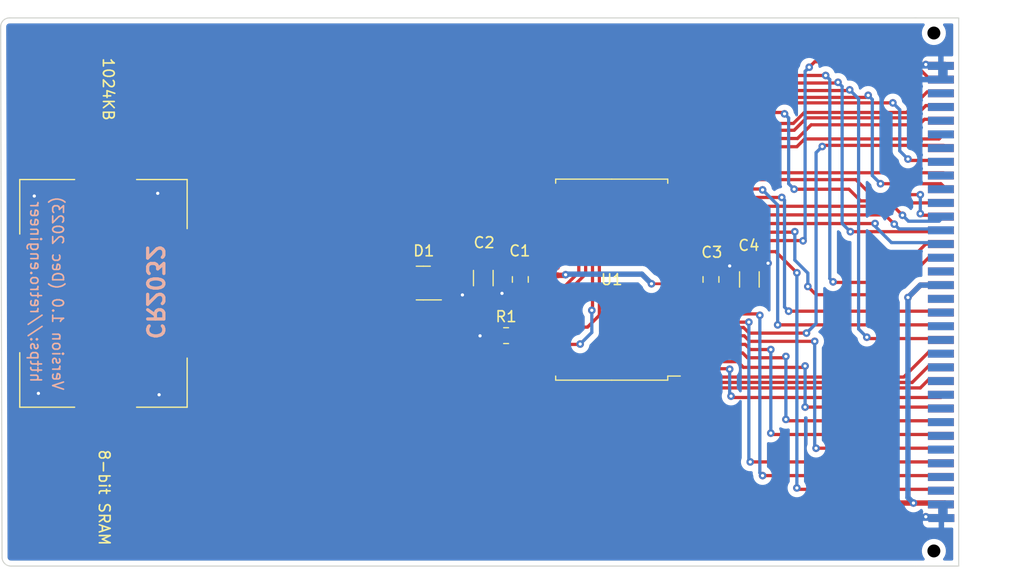
<source format=kicad_pcb>
(kicad_pcb (version 20211014) (generator pcbnew)
  (layers (0 "F.Cu" signal) (31 "B.Cu" signal) (34 "B.Paste" user) (35 "F.Paste" user) (36 "B.SilkS" user "B.Silkscreen") (37 "F.SilkS" user "F.Silkscreen") (38 "B.Mask" user) (39 "F.Mask" user) (44 "Edge.Cuts" user))
  (net 0 "")
  (net 26 "GND")
  (net 27 "/D3")
  (net 28 "/D4")
  (net 29 "/D5")
  (net 30 "/D6")
  (net 31 "/D7")
  (net 32 "/A10")
  (net 33 "/A11")
  (net 34 "/A9")
  (net 35 "/A8")
  (net 36 "/A13")
  (net 37 "/A14")
  (net 38 "VCC")
  (net 39 "/A16")
  (net 40 "/A15")
  (net 41 "/A12")
  (net 42 "/A7")
  (net 43 "/A6")
  (net 44 "/A5")
  (net 45 "/A4")
  (net 46 "/A3")
  (net 47 "/A2")
  (net 48 "/A1")
  (net 49 "/A0")
  (net 50 "/D0")
  (net 51 "/D1")
  (net 52 "/D2")
  (net 53 "/A17")
  (net 54 "/A18")
  (net 55 "/A19")
  (net 56 "+BATT")
  (net 57 "+5V")
  (net 58 "/CE")
  (net 59 "/OE")
  (net 60 "/WE")
  (footprint "Resistor_SMD:R_0805_2012Metric_Pad1.20x1.40mm_HandSolder" (layer "F.Cu") (at 211.963 92.183 180)
    (fp_text reference "R1" (at 0 1.759) (layer "F.SilkS"))
    (fp_text value "10K" hide)
    (fp_line (start -0.227064 0.735) (end 0.227064 0.735) (layer "F.SilkS") (width 0.12))
    (fp_line (start -0.227064 -0.735) (end 0.227064 -0.735) (layer "F.SilkS") (width 0.12))
    (pad "1" smd roundrect (at -1 0 180) (size 1.2 1.4) (layers "F.Cu" "F.Paste" "F.Mask") (roundrect_rratio 0.2083333333) (net 57 "+5V"))
    (pad "2" smd roundrect (at 1 0 180) (size 1.2 1.4) (layers "F.Cu" "F.Paste" "F.Mask") (roundrect_rratio 0.2083333333) (net 26 "GND"))
  )
  (footprint "pcmcia:BAT_BAT-HLD-001" (layer "F.Cu") (at 174.879 88.265 -90)
    (fp_text reference "CR2032" hide)
    (fp_text value "Battery" hide)
    (fp_line (start -10.55 -2.87) (end -10.55 -7.55) (layer "F.SilkS") (width 0.127))
    (fp_line (start -10.55 2.87) (end -10.55 7.95) (layer "F.SilkS") (width 0.127))
    (fp_line (start 6 -7.55) (end 10.55 -7.55) (layer "F.SilkS") (width 0.127))
    (fp_line (start -10.55 7.95) (end -5.5 7.95) (layer "F.SilkS") (width 0.127))
    (fp_line (start -10.55 -7.55) (end -6 -7.55) (layer "F.SilkS") (width 0.127))
    (fp_line (start 10.55 -7.55) (end 10.55 -2.87) (layer "F.SilkS") (width 0.127))
    (fp_line (start 10.55 7.95) (end 10.55 2.87) (layer "F.SilkS") (width 0.127))
    (fp_line (start 5.5 7.95) (end 10.55 7.95) (layer "F.SilkS") (width 0.127))
    (pad "N1" smd circle (at 0 0 270) (size 17.8 17.8) (layers "F.Cu" "F.Mask") (net 26 "GND"))
    (pad "P1" smd rect (at -11.45 0 270) (size 2.5 5.1) (layers "F.Cu" "F.Paste" "F.Mask") (net 56 "+BATT"))
    (pad "P2" smd rect (at 11.45 0 270) (size 2.5 5.1) (layers "F.Cu" "F.Paste" "F.Mask") (net 56 "+BATT"))
  )
  (footprint "Package_SO:TSOP-II-44_10.16x18.41mm_P0.8mm" (layer "F.Cu") (at 221.742 86.995 180)
    (fp_text reference "U1" (at 0 0) (layer "F.SilkS"))
    (fp_text value "AS6C8008-55ZIN" hide)
    (fp_line (start 0 9.315) (end -5.19 9.315) (layer "F.SilkS") (width 0.12))
    (fp_line (start -5.19 -8.935) (end -6.35 -8.935) (layer "F.SilkS") (width 0.12))
    (fp_line (start 0 -9.315) (end 5.19 -9.315) (layer "F.SilkS") (width 0.12))
    (fp_line (start -5.19 -9.315) (end -5.19 -8.935) (layer "F.SilkS") (width 0.12))
    (fp_line (start -5.19 9.315) (end -5.19 8.935) (layer "F.SilkS") (width 0.12))
    (fp_line (start 0 -9.315) (end -5.19 -9.315) (layer "F.SilkS") (width 0.12))
    (fp_line (start 0 9.315) (end 5.19 9.315) (layer "F.SilkS") (width 0.12))
    (fp_line (start 5.19 -9.315) (end 5.19 -8.935) (layer "F.SilkS") (width 0.12))
    (fp_line (start 5.19 9.315) (end 5.19 8.935) (layer "F.SilkS") (width 0.12))
    (pad "1" smd roundrect (at -5.5875 -8.4 180) (size 1.525 0.55) (layers "F.Cu" "F.Paste" "F.Mask") (net 45 "/A4"))
    (pad "2" smd roundrect (at -5.5875 -7.6 180) (size 1.525 0.55) (layers "F.Cu" "F.Paste" "F.Mask") (net 46 "/A3"))
    (pad "3" smd roundrect (at -5.5875 -6.8 180) (size 1.525 0.55) (layers "F.Cu" "F.Paste" "F.Mask") (net 47 "/A2"))
    (pad "4" smd roundrect (at -5.5875 -6 180) (size 1.525 0.55) (layers "F.Cu" "F.Paste" "F.Mask") (net 48 "/A1"))
    (pad "5" smd roundrect (at -5.5875 -5.2 180) (size 1.525 0.55) (layers "F.Cu" "F.Paste" "F.Mask") (net 49 "/A0"))
    (pad "6" smd roundrect (at -5.5875 -4.4 180) (size 1.525 0.55) (layers "F.Cu" "F.Paste" "F.Mask") (net 58 "/CE"))
    (pad "7" smd roundrect (at -5.5875 -3.6 180) (size 1.525 0.55) (layers "F.Cu" "F.Paste" "F.Mask"))
    (pad "8" smd roundrect (at -5.5875 -2.8 180) (size 1.525 0.55) (layers "F.Cu" "F.Paste" "F.Mask"))
    (pad "9" smd roundrect (at -5.5875 -2 180) (size 1.525 0.55) (layers "F.Cu" "F.Paste" "F.Mask") (net 50 "/D0"))
    (pad "10" smd roundrect (at -5.5875 -1.2 180) (size 1.525 0.55) (layers "F.Cu" "F.Paste" "F.Mask") (net 51 "/D1"))
    (pad "11" smd roundrect (at -5.5875 -0.4 180) (size 1.525 0.55) (layers "F.Cu" "F.Paste" "F.Mask") (net 38 "VCC"))
    (pad "12" smd roundrect (at -5.5875 0.4 180) (size 1.525 0.55) (layers "F.Cu" "F.Paste" "F.Mask") (net 26 "GND"))
    (pad "13" smd roundrect (at -5.5875 1.2 180) (size 1.525 0.55) (layers "F.Cu" "F.Paste" "F.Mask") (net 52 "/D2"))
    (pad "14" smd roundrect (at -5.5875 2 180) (size 1.525 0.55) (layers "F.Cu" "F.Paste" "F.Mask") (net 27 "/D3"))
    (pad "15" smd roundrect (at -5.5875 2.8 180) (size 1.525 0.55) (layers "F.Cu" "F.Paste" "F.Mask"))
    (pad "16" smd roundrect (at -5.5875 3.6 180) (size 1.525 0.55) (layers "F.Cu" "F.Paste" "F.Mask"))
    (pad "17" smd roundrect (at -5.5875 4.4 180) (size 1.525 0.55) (layers "F.Cu" "F.Paste" "F.Mask") (net 60 "/WE"))
    (pad "18" smd roundrect (at -5.5875 5.2 180) (size 1.525 0.55) (layers "F.Cu" "F.Paste" "F.Mask") (net 55 "/A19"))
    (pad "19" smd roundrect (at -5.5875 6 180) (size 1.525 0.55) (layers "F.Cu" "F.Paste" "F.Mask") (net 54 "/A18"))
    (pad "20" smd roundrect (at -5.5875 6.8 180) (size 1.525 0.55) (layers "F.Cu" "F.Paste" "F.Mask") (net 53 "/A17"))
    (pad "21" smd roundrect (at -5.5875 7.6 180) (size 1.525 0.55) (layers "F.Cu" "F.Paste" "F.Mask") (net 39 "/A16"))
    (pad "22" smd roundrect (at -5.5875 8.4 180) (size 1.525 0.55) (layers "F.Cu" "F.Paste" "F.Mask") (net 40 "/A15"))
    (pad "23" smd roundrect (at 5.5875 8.4 180) (size 1.525 0.55) (layers "F.Cu" "F.Paste" "F.Mask") (net 37 "/A14"))
    (pad "24" smd roundrect (at 5.5875 7.6 180) (size 1.525 0.55) (layers "F.Cu" "F.Paste" "F.Mask") (net 36 "/A13"))
    (pad "25" smd roundrect (at 5.5875 6.8 180) (size 1.525 0.55) (layers "F.Cu" "F.Paste" "F.Mask") (net 41 "/A12"))
    (pad "26" smd roundrect (at 5.5875 6 180) (size 1.525 0.55) (layers "F.Cu" "F.Paste" "F.Mask") (net 33 "/A11"))
    (pad "27" smd roundrect (at 5.5875 5.2 180) (size 1.525 0.55) (layers "F.Cu" "F.Paste" "F.Mask") (net 32 "/A10"))
    (pad "28" smd roundrect (at 5.5875 4.4 180) (size 1.525 0.55) (layers "F.Cu" "F.Paste" "F.Mask") (net 34 "/A9"))
    (pad "29" smd roundrect (at 5.5875 3.6 180) (size 1.525 0.55) (layers "F.Cu" "F.Paste" "F.Mask"))
    (pad "30" smd roundrect (at 5.5875 2.8 180) (size 1.525 0.55) (layers "F.Cu" "F.Paste" "F.Mask"))
    (pad "31" smd roundrect (at 5.5875 2 180) (size 1.525 0.55) (layers "F.Cu" "F.Paste" "F.Mask") (net 28 "/D4"))
    (pad "32" smd roundrect (at 5.5875 1.2 180) (size 1.525 0.55) (layers "F.Cu" "F.Paste" "F.Mask") (net 29 "/D5"))
    (pad "33" smd roundrect (at 5.5875 0.4 180) (size 1.525 0.55) (layers "F.Cu" "F.Paste" "F.Mask") (net 38 "VCC"))
    (pad "34" smd roundrect (at 5.5875 -0.4 180) (size 1.525 0.55) (layers "F.Cu" "F.Paste" "F.Mask") (net 26 "GND"))
    (pad "35" smd roundrect (at 5.5875 -1.2 180) (size 1.525 0.55) (layers "F.Cu" "F.Paste" "F.Mask") (net 30 "/D6"))
    (pad "36" smd roundrect (at 5.5875 -2 180) (size 1.525 0.55) (layers "F.Cu" "F.Paste" "F.Mask") (net 31 "/D7"))
    (pad "37" smd roundrect (at 5.5875 -2.8 180) (size 1.525 0.55) (layers "F.Cu" "F.Paste" "F.Mask"))
    (pad "38" smd roundrect (at 5.5875 -3.6 180) (size 1.525 0.55) (layers "F.Cu" "F.Paste" "F.Mask"))
    (pad "39" smd roundrect (at 5.5875 -4.4 180) (size 1.525 0.55) (layers "F.Cu" "F.Paste" "F.Mask") (net 35 "/A8"))
    (pad "40" smd roundrect (at 5.5875 -5.2 180) (size 1.525 0.55) (layers "F.Cu" "F.Paste" "F.Mask") (net 57 "+5V"))
    (pad "41" smd roundrect (at 5.5875 -6 180) (size 1.525 0.55) (layers "F.Cu" "F.Paste" "F.Mask") (net 59 "/OE"))
    (pad "42" smd roundrect (at 5.5875 -6.8 180) (size 1.525 0.55) (layers "F.Cu" "F.Paste" "F.Mask") (net 42 "/A7"))
    (pad "43" smd roundrect (at 5.5875 -7.6 180) (size 1.525 0.55) (layers "F.Cu" "F.Paste" "F.Mask") (net 43 "/A6"))
    (pad "44" smd roundrect (at 5.5875 -8.4 180) (size 1.525 0.55) (layers "F.Cu" "F.Paste" "F.Mask") (net 44 "/A5"))
  )
  (footprint "Capacitor_SMD:C_1206_3216Metric_Pad1.33x1.80mm_HandSolder" (layer "F.Cu") (at 234.489 86.976 90)
    (fp_text reference "C4" (at 3.156 -0.047 180) (layer "F.SilkS"))
    (fp_text value "C_Polarized" hide)
    (fp_line (start -0.711252 0.91) (end 0.711252 0.91) (layer "F.SilkS") (width 0.12))
    (fp_line (start -0.711252 -0.91) (end 0.711252 -0.91) (layer "F.SilkS") (width 0.12))
    (pad "1" smd roundrect (at -1.5625 0 90) (size 1.325 1.8) (layers "F.Cu" "F.Paste" "F.Mask") (roundrect_rratio 0.1886792453) (net 38 "VCC"))
    (pad "2" smd roundrect (at 1.5625 0 90) (size 1.325 1.8) (layers "F.Cu" "F.Paste" "F.Mask") (roundrect_rratio 0.1886792453) (net 26 "GND"))
  )
  (footprint "Capacitor_SMD:C_1206_3216Metric_Pad1.33x1.80mm_HandSolder" (layer "F.Cu") (at 209.851 86.849 -90)
    (fp_text reference "C2" (at -3.283 -0.08) (layer "F.SilkS"))
    (fp_text value "C_Polarized" hide)
    (fp_line (start -0.711252 -0.91) (end 0.711252 -0.91) (layer "F.SilkS") (width 0.12))
    (fp_line (start -0.711252 0.91) (end 0.711252 0.91) (layer "F.SilkS") (width 0.12))
    (pad "1" smd roundrect (at -1.5625 0 270) (size 1.325 1.8) (layers "F.Cu" "F.Paste" "F.Mask") (roundrect_rratio 0.1886792453) (net 38 "VCC"))
    (pad "2" smd roundrect (at 1.5625 0 270) (size 1.325 1.8) (layers "F.Cu" "F.Paste" "F.Mask") (roundrect_rratio 0.1886792453) (net 26 "GND"))
  )
  (footprint "Package_TO_SOT_SMD:SOT-23" (layer "F.Cu") (at 204.2945 87.31 180)
    (fp_text reference "D1" (at -0.0485 2.982) (layer "F.SilkS"))
    (fp_text value "BAT54C" hide)
    (fp_line (start 0 -1.56) (end 0.65 -1.56) (layer "F.SilkS") (width 0.12))
    (fp_line (start 0 1.56) (end -0.65 1.56) (layer "F.SilkS") (width 0.12))
    (fp_line (start 0 1.56) (end 0.65 1.56) (layer "F.SilkS") (width 0.12))
    (fp_line (start 0 -1.56) (end -1.675 -1.56) (layer "F.SilkS") (width 0.12))
    (pad "1" smd roundrect (at -0.9375 -0.95 180) (size 1.475 0.6) (layers "F.Cu" "F.Paste" "F.Mask") (net 57 "+5V"))
    (pad "2" smd roundrect (at -0.9375 0.95 180) (size 1.475 0.6) (layers "F.Cu" "F.Paste" "F.Mask") (net 56 "+BATT"))
    (pad "3" smd roundrect (at 0.9375 0 180) (size 1.475 0.6) (layers "F.Cu" "F.Paste" "F.Mask") (net 38 "VCC"))
  )
  (footprint "pcmcia:pcmcia" (layer "F.Cu") (at 253.873 88.138)
    (fp_text reference "J1" hide)
    (fp_text value "PCMCIA" hide)
    (fp_line (start 0 -25.4) (end 0 25.4) (layer "Edge.Cuts") (width 0.1))
    (fp_line (start 0 25.4) (end -4 25.4) (layer "Edge.Cuts") (width 0.1))
    (fp_line (start 0 -25.4) (end -4 -25.4) (layer "Edge.Cuts") (width 0.1))
    (pad "" np_thru_hole circle (at -2.3 24) (size 1.2 1.2) (drill 1.2) (layers *.Mask))
    (pad "" np_thru_hole circle (at -2.3 -24) (size 1.2 1.2) (drill 1.2) (layers *.Mask))
    (pad "1" smd rect (at -1.651 -20.955) (size 2.4 0.74) (layers "F.Cu" "F.Paste" "F.Mask") (net 26 "GND"))
    (pad "2" smd rect (at -1.651 -19.685) (size 2.4 0.74) (layers "F.Cu" "F.Paste" "F.Mask") (net 27 "/D3"))
    (pad "3" smd rect (at -1.651 -18.415) (size 2.4 0.74) (layers "F.Cu" "F.Paste" "F.Mask") (net 28 "/D4"))
    (pad "4" smd rect (at -1.651 -17.145) (size 2.4 0.74) (layers "F.Cu" "F.Paste" "F.Mask") (net 29 "/D5"))
    (pad "5" smd rect (at -1.651 -15.875) (size 2.4 0.74) (layers "F.Cu" "F.Paste" "F.Mask") (net 30 "/D6"))
    (pad "6" smd rect (at -1.651 -14.605) (size 2.4 0.74) (layers "F.Cu" "F.Paste" "F.Mask") (net 31 "/D7"))
    (pad "7" smd rect (at -1.651 -13.335) (size 2.4 0.74) (layers "F.Cu" "F.Paste" "F.Mask") (net 58 "/CE"))
    (pad "8" smd rect (at -1.651 -12.065) (size 2.4 0.74) (layers "F.Cu" "F.Paste" "F.Mask") (net 32 "/A10"))
    (pad "9" smd rect (at -1.651 -10.795) (size 2.4 0.74) (layers "F.Cu" "F.Paste" "F.Mask") (net 59 "/OE"))
    (pad "10" smd rect (at -1.651 -9.525) (size 2.4 0.74) (layers "F.Cu" "F.Paste" "F.Mask") (net 33 "/A11"))
    (pad "11" smd rect (at -1.651 -8.255) (size 2.4 0.74) (layers "F.Cu" "F.Paste" "F.Mask") (net 34 "/A9"))
    (pad "12" smd rect (at -1.651 -6.985) (size 2.4 0.74) (layers "F.Cu" "F.Paste" "F.Mask") (net 35 "/A8"))
    (pad "13" smd rect (at -1.651 -5.715) (size 2.4 0.74) (layers "F.Cu" "F.Paste" "F.Mask") (net 36 "/A13"))
    (pad "14" smd rect (at -1.651 -4.445) (size 2.4 0.74) (layers "F.Cu" "F.Paste" "F.Mask") (net 37 "/A14"))
    (pad "15" smd rect (at -1.651 -3.175) (size 2.4 0.74) (layers "F.Cu" "F.Paste" "F.Mask") (net 60 "/WE"))
    (pad "16" smd rect (at -1.651 -1.905) (size 2.4 0.74) (layers "F.Cu" "F.Paste" "F.Mask"))
    (pad "17" smd rect (at -1.651 -0.635) (size 2.4 0.74) (layers "F.Cu" "F.Paste" "F.Mask") (net 57 "+5V"))
    (pad "18" smd rect (at -1.651 0.635) (size 2.4 0.74) (layers "F.Cu" "F.Paste" "F.Mask"))
    (pad "19" smd rect (at -1.651 1.905) (size 2.4 0.74) (layers "F.Cu" "F.Paste" "F.Mask") (net 39 "/A16"))
    (pad "20" smd rect (at -1.651 3.175) (size 2.4 0.74) (layers "F.Cu" "F.Paste" "F.Mask") (net 40 "/A15"))
    (pad "21" smd rect (at -1.651 4.445) (size 2.4 0.74) (layers "F.Cu" "F.Paste" "F.Mask") (net 41 "/A12"))
    (pad "22" smd rect (at -1.651 5.715) (size 2.4 0.74) (layers "F.Cu" "F.Paste" "F.Mask") (net 42 "/A7"))
    (pad "23" smd rect (at -1.651 6.985) (size 2.4 0.74) (layers "F.Cu" "F.Paste" "F.Mask") (net 43 "/A6"))
    (pad "24" smd rect (at -1.651 8.255) (size 2.4 0.74) (layers "F.Cu" "F.Paste" "F.Mask") (net 44 "/A5"))
    (pad "25" smd rect (at -1.651 9.525) (size 2.4 0.74) (layers "F.Cu" "F.Paste" "F.Mask") (net 45 "/A4"))
    (pad "26" smd rect (at -1.651 10.795) (size 2.4 0.74) (layers "F.Cu" "F.Paste" "F.Mask") (net 46 "/A3"))
    (pad "27" smd rect (at -1.651 12.065) (size 2.4 0.74) (layers "F.Cu" "F.Paste" "F.Mask") (net 47 "/A2"))
    (pad "28" smd rect (at -1.651 13.335) (size 2.4 0.74) (layers "F.Cu" "F.Paste" "F.Mask") (net 48 "/A1"))
    (pad "29" smd rect (at -1.651 14.605) (size 2.4 0.74) (layers "F.Cu" "F.Paste" "F.Mask") (net 49 "/A0"))
    (pad "30" smd rect (at -1.651 15.875) (size 2.4 0.74) (layers "F.Cu" "F.Paste" "F.Mask") (net 50 "/D0"))
    (pad "31" smd rect (at -1.651 17.145) (size 2.4 0.74) (layers "F.Cu" "F.Paste" "F.Mask") (net 51 "/D1"))
    (pad "32" smd rect (at -1.651 18.415) (size 2.4 0.74) (layers "F.Cu" "F.Paste" "F.Mask") (net 52 "/D2"))
    (pad "33" smd rect (at -1.651 19.685) (size 2.4 0.74) (layers "F.Cu" "F.Paste" "F.Mask") (net 57 "+5V"))
    (pad "34" smd rect (at -1.606 20.955) (size 2.4 0.74) (layers "F.Cu" "F.Paste" "F.Mask") (net 26 "GND"))
    (pad "35" smd rect (at -1.651 -20.955) (size 2.4 0.74) (layers "B.Cu" "B.Paste" "B.Mask") (net 26 "GND"))
    (pad "36" smd rect (at -1.651 -19.685) (size 2.4 0.74) (layers "B.Cu" "B.Paste" "B.Mask") (net 26 "GND"))
    (pad "37" smd rect (at -1.651 -18.415) (size 2.4 0.74) (layers "B.Cu" "B.Paste" "B.Mask"))
    (pad "38" smd rect (at -1.651 -17.145) (size 2.4 0.74) (layers "B.Cu" "B.Paste" "B.Mask"))
    (pad "39" smd rect (at -1.651 -15.875) (size 2.4 0.74) (layers "B.Cu" "B.Paste" "B.Mask"))
    (pad "40" smd rect (at -1.651 -14.605) (size 2.4 0.74) (layers "B.Cu" "B.Paste" "B.Mask"))
    (pad "41" smd rect (at -1.651 -13.335) (size 2.4 0.74) (layers "B.Cu" "B.Paste" "B.Mask"))
    (pad "42" smd rect (at -1.651 -12.065) (size 2.4 0.74) (layers "B.Cu" "B.Paste" "B.Mask"))
    (pad "43" smd rect (at -1.651 -10.795) (size 2.4 0.74) (layers "B.Cu" "B.Paste" "B.Mask"))
    (pad "44" smd rect (at -1.651 -9.525) (size 2.4 0.74) (layers "B.Cu" "B.Paste" "B.Mask"))
    (pad "45" smd rect (at -1.651 -8.255) (size 2.4 0.74) (layers "B.Cu" "B.Paste" "B.Mask"))
    (pad "46" smd rect (at -1.651 -6.985) (size 2.4 0.74) (layers "B.Cu" "B.Paste" "B.Mask") (net 53 "/A17"))
    (pad "47" smd rect (at -1.651 -5.715) (size 2.4 0.74) (layers "B.Cu" "B.Paste" "B.Mask") (net 54 "/A18"))
    (pad "48" smd rect (at -1.651 -4.445) (size 2.4 0.74) (layers "B.Cu" "B.Paste" "B.Mask") (net 55 "/A19"))
    (pad "49" smd rect (at -1.651 -3.175) (size 2.4 0.74) (layers "B.Cu" "B.Paste" "B.Mask"))
    (pad "50" smd rect (at -1.651 -1.905) (size 2.4 0.74) (layers "B.Cu" "B.Paste" "B.Mask"))
    (pad "51" smd rect (at -1.651 -0.635) (size 2.4 0.74) (layers "B.Cu" "B.Paste" "B.Mask") (net 57 "+5V"))
    (pad "52" smd rect (at -1.651 0.635) (size 2.4 0.74) (layers "B.Cu" "B.Paste" "B.Mask"))
    (pad "53" smd rect (at -1.651 1.905) (size 2.4 0.74) (layers "B.Cu" "B.Paste" "B.Mask"))
    (pad "54" smd rect (at -1.651 3.175) (size 2.4 0.74) (layers "B.Cu" "B.Paste" "B.Mask"))
    (pad "55" smd rect (at -1.651 4.445) (size 2.4 0.74) (layers "B.Cu" "B.Paste" "B.Mask"))
    (pad "56" smd rect (at -1.651 5.715) (size 2.4 0.74) (layers "B.Cu" "B.Paste" "B.Mask"))
    (pad "57" smd rect (at -1.651 6.985) (size 2.4 0.74) (layers "B.Cu" "B.Paste" "B.Mask"))
    (pad "58" smd rect (at -1.651 8.255) (size 2.4 0.74) (layers "B.Cu" "B.Paste" "B.Mask"))
    (pad "59" smd rect (at -1.651 9.525) (size 2.4 0.74) (layers "B.Cu" "B.Paste" "B.Mask"))
    (pad "60" smd rect (at -1.651 10.795) (size 2.4 0.74) (layers "B.Cu" "B.Paste" "B.Mask"))
    (pad "61" smd rect (at -1.651 12.065) (size 2.4 0.74) (layers "B.Cu" "B.Paste" "B.Mask"))
    (pad "62" smd rect (at -1.651 13.335) (size 2.4 0.74) (layers "B.Cu" "B.Paste" "B.Mask"))
    (pad "63" smd rect (at -1.651 14.605) (size 2.4 0.74) (layers "B.Cu" "B.Paste" "B.Mask"))
    (pad "64" smd rect (at -1.651 15.875) (size 2.4 0.74) (layers "B.Cu" "B.Paste" "B.Mask"))
    (pad "65" smd rect (at -1.651 17.145) (size 2.4 0.74) (layers "B.Cu" "B.Paste" "B.Mask"))
    (pad "66" smd rect (at -1.651 18.415) (size 2.4 0.74) (layers "B.Cu" "B.Paste" "B.Mask"))
    (pad "67" smd rect (at -1.651 19.685) (size 2.4 0.74) (layers "B.Cu" "B.Paste" "B.Mask") (net 26 "GND"))
    (pad "68" smd rect (at -1.606 20.955) (size 2.4 0.74) (layers "B.Cu" "B.Paste" "B.Mask") (net 26 "GND"))
  )
  (footprint "Capacitor_SMD:C_0805_2012Metric_Pad1.18x1.45mm_HandSolder" (layer "F.Cu") (at 230.933 86.976 90)
    (fp_text reference "C3" (at 2.521 0.08 180) (layer "F.SilkS"))
    (fp_text value "0.1uF" hide)
    (fp_line (start -0.261252 0.735) (end 0.261252 0.735) (layer "F.SilkS") (width 0.12))
    (fp_line (start -0.261252 -0.735) (end 0.261252 -0.735) (layer "F.SilkS") (width 0.12))
    (pad "1" smd roundrect (at -1.0375 0 90) (size 1.175 1.45) (layers "F.Cu" "F.Paste" "F.Mask") (roundrect_rratio 0.2127659574) (net 38 "VCC"))
    (pad "2" smd roundrect (at 1.0375 0 90) (size 1.175 1.45) (layers "F.Cu" "F.Paste" "F.Mask") (roundrect_rratio 0.2127659574) (net 26 "GND"))
  )
  (footprint "Capacitor_SMD:C_0805_2012Metric_Pad1.18x1.45mm_HandSolder" (layer "F.Cu") (at 213.28 86.976 -90)
    (fp_text reference "C1" (at -2.648 0.047) (layer "F.SilkS"))
    (fp_text value "0.1uF" hide)
    (fp_line (start -0.261252 -0.735) (end 0.261252 -0.735) (layer "F.SilkS") (width 0.12))
    (fp_line (start -0.261252 0.735) (end 0.261252 0.735) (layer "F.SilkS") (width 0.12))
    (pad "1" smd roundrect (at -1.0375 0 270) (size 1.175 1.45) (layers "F.Cu" "F.Paste" "F.Mask") (roundrect_rratio 0.2127659574) (net 38 "VCC"))
    (pad "2" smd roundrect (at 1.0375 0 270) (size 1.175 1.45) (layers "F.Cu" "F.Paste" "F.Mask") (roundrect_rratio 0.2127659574) (net 26 "GND"))
  )
  (gr_arc (start 165.1635 63.5) (mid 165.423701 62.953738) (end 165.989 62.738) (layer "Edge.Cuts") (width 0.1))
  (gr_line (start 166.116 113.538) (end 249.873 113.538) (layer "Edge.Cuts") (width 0.1))
  (gr_line (start 249.873 62.738) (end 165.989 62.738) (layer "Edge.Cuts") (width 0.1))
  (gr_arc (start 166.116 113.538) (mid 165.552983 113.319788) (end 165.2905 112.776) (layer "Edge.Cuts") (width 0.1))
  (gr_line (start 165.1635 63.5) (end 165.2905 112.776) (layer "Edge.Cuts") (width 0.1))
  (gr_text "CR2032" (at 179.451 88.138 270) (layer "B.SilkS") (effects (font (size 1.5 1.5) (thickness 0.3)) (justify mirror)))
  (gr_text "https://retro.engineer" (at 168.402 88.138 270) (layer "B.SilkS") (effects (font (size 1 1)) (justify mirror)))
  (gr_text "Version 1.0 (Dec 2023)" (at 170.434 88.265 270) (layer "B.SilkS") (effects (font (size 1 1)) (justify mirror)))
  (gr_text "1024KB" (at 175.133 69.342 -90) (layer "F.SilkS") (effects (font (size 1 1))))
  (gr_text "8-bit SRAM" (at 174.752 107.188 -90) (layer "F.SilkS") (effects (font (size 1 1))))
  (segment (start 213.28 88.0135) (end 213.8985 87.395) (width 0.5) (layer "F.Cu") (net 26))
  (segment (start 211.8335 88.0135) (end 211.582 88.265) (width 0.5) (layer "F.Cu") (net 26))
  (segment (start 168.656 93.853) (end 168.656 97.535) (width 0.5) (layer "F.Cu") (net 26))
  (segment (start 227.3295 86.595) (end 230.2765 86.595) (width 0.5) (layer "F.Cu") (net 26))
  (segment (start 174.498 88.011) (end 168.275 81.788) (width 0.5) (layer "F.Cu") (net 26))
  (segment (start 252.648 108.966) (end 250.825 108.966) (width 0.5) (layer "F.Cu") (net 26))
  (segment (start 230.2765 86.595) (end 230.933 85.9385) (width 0.5) (layer "F.Cu") (net 26))
  (segment (start 209.569 92.183) (end 209.55 92.202) (width 0.5) (layer "F.Cu") (net 26))
  (segment (start 210.963 92.183) (end 209.569 92.183) (width 0.5) (layer "F.Cu") (net 26))
  (segment (start 236.1625 85.4135) (end 236.22 85.471) (width 0.5) (layer "F.Cu") (net 26))
  (segment (start 174.498 88.011) (end 168.656 93.853) (width 0.5) (layer "F.Cu") (net 26))
  (segment (start 174.498 88.011) (end 179.705 82.804) (width 0.5) (layer "F.Cu") (net 26))
  (segment (start 234.489 85.4135) (end 236.1625 85.4135) (width 0.5) (layer "F.Cu") (net 26))
  (segment (start 174.498 88.011) (end 179.832 93.345) (width 0.5) (layer "F.Cu") (net 26))
  (segment (start 168.275 81.788) (end 168.275 79.247) (width 0.5) (layer "F.Cu") (net 26))
  (segment (start 232.664 85.725) (end 231.1465 85.725) (width 0.5) (layer "F.Cu") (net 26))
  (segment (start 179.832 93.345) (end 179.832 97.662) (width 0.5) (layer "F.Cu") (net 26))
  (segment (start 179.705 82.804) (end 179.705 78.993) (width 0.5) (layer "F.Cu") (net 26))
  (segment (start 234.489 85.4135) (end 232.9755 85.4135) (width 0.5) (layer "F.Cu") (net 26))
  (segment (start 213.28 88.0135) (end 211.8335 88.0135) (width 0.5) (layer "F.Cu") (net 26))
  (segment (start 211.4355 88.4115) (end 211.582 88.265) (width 0.5) (layer "F.Cu") (net 26))
  (segment (start 252.603 67.056) (end 250.825 67.056) (width 0.5) (layer "F.Cu") (net 26))
  (segment (start 209.851 88.4115) (end 207.9185 88.4115) (width 0.5) (layer "F.Cu") (net 26))
  (segment (start 209.851 88.4115) (end 211.4355 88.4115) (width 0.5) (layer "F.Cu") (net 26))
  (segment (start 213.8985 87.395) (end 216.1545 87.395) (width 0.5) (layer "F.Cu") (net 26))
  (segment (start 232.9755 85.4135) (end 232.664 85.725) (width 0.5) (layer "F.Cu") (net 26))
  (via (at 250.825 108.966) (size 0.7) (drill 0.3) (layers "F.Cu" "B.Cu") (net 26))
  (via (at 209.55 92.202) (size 0.7) (drill 0.3) (layers "F.Cu" "B.Cu") (net 26))
  (via (at 250.825 67.056) (size 0.7) (drill 0.3) (layers "F.Cu" "B.Cu") (net 26))
  (via (at 207.9185 88.4115) (size 0.7) (drill 0.3) (layers "F.Cu" "B.Cu") (net 26))
  (via (at 179.705 78.993) (size 0.7) (drill 0.3) (layers "F.Cu" "B.Cu") (net 26))
  (via (at 179.832 97.662) (size 0.7) (drill 0.3) (layers "F.Cu" "B.Cu") (net 26))
  (via (at 236.22 85.471) (size 0.7) (drill 0.3) (layers "F.Cu" "B.Cu") (net 26))
  (via (at 232.664 85.725) (size 0.7) (drill 0.3) (layers "F.Cu" "B.Cu") (net 26))
  (via (at 211.582 88.265) (size 0.7) (drill 0.3) (layers "F.Cu" "B.Cu") (net 26))
  (via (at 168.275 79.247) (size 0.7) (drill 0.3) (layers "F.Cu" "B.Cu") (net 26))
  (via (at 168.656 97.535) (size 0.7) (drill 0.3) (layers "F.Cu" "B.Cu") (net 26))
  (segment (start 252.603 67.056) (end 252.603 68.326) (width 0.5) (layer "B.Cu") (net 26))
  (segment (start 252.648 108.966) (end 250.825 108.966) (width 0.5) (layer "B.Cu") (net 26))
  (segment (start 252.603 107.696) (end 252.603 108.921) (width 0.5) (layer "B.Cu") (net 26))
  (segment (start 252.603 67.056) (end 250.825 67.056) (width 0.5) (layer "B.Cu") (net 26))
  (segment (start 239.4595 83.396602) (end 239.439409 83.376511) (width 0.3) (layer "F.Cu") (net 27))
  (segment (start 239.439409 83.376511) (end 229.599239 83.376511) (width 0.3) (layer "F.Cu") (net 27))
  (segment (start 249.581741 66.802) (end 251.105741 68.326) (width 0.3) (layer "F.Cu") (net 27))
  (segment (start 251.105741 68.326) (end 252.603 68.326) (width 0.3) (layer "F.Cu") (net 27))
  (segment (start 240.538 66.802) (end 249.581741 66.802) (width 0.3) (layer "F.Cu") (net 27))
  (segment (start 229.599239 83.376511) (end 227.98075 84.995) (width 0.3) (layer "F.Cu") (net 27))
  (segment (start 227.98075 84.995) (end 227.3295 84.995) (width 0.3) (layer "F.Cu") (net 27))
  (segment (start 240.03 67.31) (end 240.538 66.802) (width 0.3) (layer "F.Cu") (net 27))
  (via (at 240.03 67.31) (size 0.7) (drill 0.3) (layers "F.Cu" "B.Cu") (net 27))
  (via (at 239.4595 83.396602) (size 0.7) (drill 0.3) (layers "F.Cu" "B.Cu") (net 27))
  (segment (start 239.649 83.207102) (end 239.649 67.691) (width 0.3) (layer "B.Cu") (net 27))
  (segment (start 239.649 67.691) (end 240.03 67.31) (width 0.3) (layer "B.Cu") (net 27))
  (segment (start 239.4595 83.396602) (end 239.649 83.207102) (width 0.3) (layer "B.Cu") (net 27))
  (segment (start 227.590178 72.517) (end 238.561572 72.517) (width 0.3) (layer "F.Cu") (net 28))
  (segment (start 217.26652 84.53423) (end 217.26652 82.840658) (width 0.3) (layer "F.Cu") (net 28))
  (segment (start 250.952 69.596) (end 252.603 69.596) (width 0.3) (layer "F.Cu") (net 28))
  (segment (start 239.577572 71.501) (end 249.047 71.501) (width 0.3) (layer "F.Cu") (net 28))
  (segment (start 238.561572 72.517) (end 239.577572 71.501) (width 0.3) (layer "F.Cu") (net 28))
  (segment (start 216.80575 84.995) (end 217.26652 84.53423) (width 0.3) (layer "F.Cu") (net 28))
  (segment (start 217.26652 82.840658) (end 227.590178 72.517) (width 0.3) (layer "F.Cu") (net 28))
  (segment (start 249.047 71.501) (end 250.952 69.596) (width 0.3) (layer "F.Cu") (net 28))
  (segment (start 216.1545 84.995) (end 216.80575 84.995) (width 0.3) (layer "F.Cu") (net 28))
  (segment (start 238.633 73.152) (end 239.78448 72.00052) (width 0.3) (layer "F.Cu") (net 29))
  (segment (start 216.80575 85.795) (end 218.059 84.54175) (width 0.3) (layer "F.Cu") (net 29))
  (segment (start 249.69048 72.00052) (end 250.825 70.866) (width 0.3) (layer "F.Cu") (net 29))
  (segment (start 239.78448 72.00052) (end 249.69048 72.00052) (width 0.3) (layer "F.Cu") (net 29))
  (segment (start 218.059 83.058) (end 227.965 73.152) (width 0.3) (layer "F.Cu") (net 29))
  (segment (start 227.965 73.152) (end 238.633 73.152) (width 0.3) (layer "F.Cu") (net 29))
  (segment (start 216.1545 85.795) (end 216.80575 85.795) (width 0.3) (layer "F.Cu") (net 29))
  (segment (start 250.825 70.866) (end 252.603 70.866) (width 0.3) (layer "F.Cu") (net 29))
  (segment (start 218.059 84.54175) (end 218.059 83.058) (width 0.3) (layer "F.Cu") (net 29))
  (segment (start 238.942572 73.914) (end 240.212572 72.644) (width 0.3) (layer "F.Cu") (net 30))
  (segment (start 228.092 73.914) (end 238.942572 73.914) (width 0.3) (layer "F.Cu") (net 30))
  (segment (start 216.80575 88.195) (end 218.694 86.30675) (width 0.3) (layer "F.Cu") (net 30))
  (segment (start 250.19 72.644) (end 250.698 72.136) (width 0.3) (layer "F.Cu") (net 30))
  (segment (start 250.698 72.136) (end 252.603 72.136) (width 0.3) (layer "F.Cu") (net 30))
  (segment (start 216.1545 88.195) (end 216.80575 88.195) (width 0.3) (layer "F.Cu") (net 30))
  (segment (start 240.212572 72.644) (end 250.19 72.644) (width 0.3) (layer "F.Cu") (net 30))
  (segment (start 218.694 86.30675) (end 218.694 83.312) (width 0.3) (layer "F.Cu") (net 30))
  (segment (start 218.694 83.312) (end 228.092 73.914) (width 0.3) (layer "F.Cu") (net 30))
  (segment (start 252.052511 73.956489) (end 252.603 73.406) (width 0.3) (layer "F.Cu") (net 31))
  (segment (start 219.329 86.47175) (end 219.329 83.566) (width 0.3) (layer "F.Cu") (net 31))
  (segment (start 239.606511 73.956489) (end 252.052511 73.956489) (width 0.3) (layer "F.Cu") (net 31))
  (segment (start 228.219 74.676) (end 238.887 74.676) (width 0.3) (layer "F.Cu") (net 31))
  (segment (start 216.80575 88.995) (end 219.329 86.47175) (width 0.3) (layer "F.Cu") (net 31))
  (segment (start 216.1545 88.995) (end 216.80575 88.995) (width 0.3) (layer "F.Cu") (net 31))
  (segment (start 238.887 74.676) (end 239.606511 73.956489) (width 0.3) (layer "F.Cu") (net 31))
  (segment (start 219.329 83.566) (end 228.219 74.676) (width 0.3) (layer "F.Cu") (net 31))
  (segment (start 247.777 70.612) (end 226.822 70.612) (width 0.3) (layer "F.Cu") (net 32))
  (segment (start 216.80575 81.795) (end 216.1545 81.795) (width 0.3) (layer "F.Cu") (net 32))
  (segment (start 219.329 78.105) (end 219.329 79.27175) (width 0.3) (layer "F.Cu") (net 32))
  (segment (start 219.329 79.27175) (end 216.80575 81.795) (width 0.3) (layer "F.Cu") (net 32))
  (segment (start 249.174 75.819) (end 249.301 75.946) (width 0.3) (layer "F.Cu") (net 32))
  (segment (start 226.822 70.612) (end 219.329 78.105) (width 0.3) (layer "F.Cu") (net 32))
  (segment (start 249.301 75.946) (end 252.603 75.946) (width 0.3) (layer "F.Cu") (net 32))
  (via (at 249.174 75.819) (size 0.7) (drill 0.3) (layers "F.Cu" "B.Cu") (net 32))
  (via (at 247.777 70.612) (size 0.7) (drill 0.3) (layers "F.Cu" "B.Cu") (net 32))
  (segment (start 247.777 70.612) (end 248.412 71.247) (width 0.3) (layer "B.Cu") (net 32))
  (segment (start 248.412 71.247) (end 248.412 75.057) (width 0.3) (layer "B.Cu") (net 32))
  (segment (start 248.412 75.057) (end 249.174 75.819) (width 0.3) (layer "B.Cu") (net 32))
  (segment (start 245.491 69.9125) (end 245.2995 70.104) (width 0.3) (layer "F.Cu") (net 33))
  (segment (start 252.222 78.105) (end 252.603 78.486) (width 0.3) (layer "F.Cu") (net 33))
  (segment (start 226.568 70.104) (end 218.821 77.851) (width 0.3) (layer "F.Cu") (net 33))
  (segment (start 245.2995 70.104) (end 226.568 70.104) (width 0.3) (layer "F.Cu") (net 33))
  (segment (start 218.821 78.97975) (end 216.80575 80.995) (width 0.3) (layer "F.Cu") (net 33))
  (segment (start 216.80575 80.995) (end 216.1545 80.995) (width 0.3) (layer "F.Cu") (net 33))
  (segment (start 218.821 77.851) (end 218.821 78.97975) (width 0.3) (layer "F.Cu") (net 33))
  (segment (start 246.634 78.105) (end 252.222 78.105) (width 0.3) (layer "F.Cu") (net 33))
  (via (at 245.491 69.9125) (size 0.7) (drill 0.3) (layers "F.Cu" "B.Cu") (net 33))
  (via (at 246.634 78.105) (size 0.7) (drill 0.3) (layers "F.Cu" "B.Cu") (net 33))
  (segment (start 246.634 78.105) (end 245.872 77.343) (width 0.3) (layer "B.Cu") (net 33))
  (segment (start 245.872 70.2935) (end 245.491 69.9125) (width 0.3) (layer "B.Cu") (net 33))
  (segment (start 245.872 77.343) (end 245.872 70.2935) (width 0.3) (layer "B.Cu") (net 33))
  (segment (start 216.630271 82.77048) (end 216.32998 82.77048) (width 0.3) (layer "F.Cu") (net 34))
  (segment (start 219.964 79.436751) (end 216.630271 82.77048) (width 0.3) (layer "F.Cu") (net 34))
  (segment (start 237.617 71.501) (end 227.076 71.501) (width 0.3) (layer "F.Cu") (net 34))
  (segment (start 237.744 71.628) (end 237.617 71.501) (width 0.3) (layer "F.Cu") (net 34))
  (segment (start 248.041909 79.695481) (end 248.229428 79.883) (width 0.3) (layer "F.Cu") (net 34))
  (segment (start 243.713 78.613) (end 244.79548 79.69548) (width 0.3) (layer "F.Cu") (net 34))
  (segment (start 238.633 78.613) (end 243.713 78.613) (width 0.3) (layer "F.Cu") (net 34))
  (segment (start 216.32998 82.77048) (end 216.1545 82.595) (width 0.3) (layer "F.Cu") (net 34))
  (segment (start 227.076 71.501) (end 219.964 78.613) (width 0.3) (layer "F.Cu") (net 34))
  (segment (start 244.79548 79.69548) (end 248.041909 79.695481) (width 0.3) (layer "F.Cu") (net 34))
  (segment (start 219.964 78.613) (end 219.964 79.436751) (width 0.3) (layer "F.Cu") (net 34))
  (segment (start 248.229428 79.883) (end 252.222 79.883) (width 0.3) (layer "F.Cu") (net 34))
  (via (at 238.633 78.613) (size 0.7) (drill 0.3) (layers "F.Cu" "B.Cu") (net 34))
  (via (at 237.744 71.628) (size 0.7) (drill 0.3) (layers "F.Cu" "B.Cu") (net 34))
  (segment (start 238.125 78.105) (end 238.125 72.009) (width 0.3) (layer "B.Cu") (net 34))
  (segment (start 238.633 78.613) (end 238.125 78.105) (width 0.3) (layer "B.Cu") (net 34))
  (segment (start 238.125 72.009) (end 237.744 71.628) (width 0.3) (layer "B.Cu") (net 34))
  (segment (start 252.603 81.026) (end 250.466011 81.026) (width 0.3) (layer "F.Cu") (net 35))
  (segment (start 245.745 79.121) (end 244.348 77.724) (width 0.3) (layer "F.Cu") (net 35))
  (segment (start 250.466011 81.026) (end 250.317 80.876989) (width 0.3) (layer "F.Cu") (net 35))
  (segment (start 220.599011 90.296989) (end 219.501 91.395) (width 0.3) (layer "F.Cu") (net 35))
  (segment (start 244.348 77.724) (end 226.74925 77.724) (width 0.3) (layer "F.Cu") (net 35))
  (segment (start 250.317 79.121) (end 245.745 79.121) (width 0.3) (layer "F.Cu") (net 35))
  (segment (start 219.501 91.395) (end 216.1545 91.395) (width 0.3) (layer "F.Cu") (net 35))
  (segment (start 226.74925 77.724) (end 220.599011 83.874239) (width 0.3) (layer "F.Cu") (net 35))
  (segment (start 220.599011 83.874239) (end 220.599011 90.296989) (width 0.3) (layer "F.Cu") (net 35))
  (via (at 250.317 79.121) (size 0.7) (drill 0.3) (layers "F.Cu" "B.Cu") (net 35))
  (via (at 250.317 80.876989) (size 0.7) (drill 0.3) (layers "F.Cu" "B.Cu") (net 35))
  (segment (start 250.317 80.876989) (end 250.317 79.121) (width 0.3) (layer "B.Cu") (net 35))
  (segment (start 243.84 82.55) (end 252.349 82.55) (width 0.3) (layer "F.Cu") (net 36))
  (segment (start 242.697 68.707) (end 242.632489 68.771511) (width 0.3) (layer "F.Cu") (net 36))
  (segment (start 242.632489 68.771511) (end 226.122489 68.771511) (width 0.3) (layer "F.Cu") (net 36))
  (segment (start 217.551 78.64975) (end 216.80575 79.395) (width 0.3) (layer "F.Cu") (net 36))
  (segment (start 226.122489 68.771511) (end 217.551 77.343) (width 0.3) (layer "F.Cu") (net 36))
  (segment (start 217.551 77.343) (end 217.551 78.64975) (width 0.3) (layer "F.Cu") (net 36))
  (segment (start 216.80575 79.395) (end 216.1545 79.395) (width 0.3) (layer "F.Cu") (net 36))
  (via (at 243.84 82.55) (size 0.7) (drill 0.3) (layers "F.Cu" "B.Cu") (net 36))
  (via (at 242.697 68.707) (size 0.7) (drill 0.3) (layers "F.Cu" "B.Cu") (net 36))
  (segment (start 243.078 69.088) (end 242.697 68.707) (width 0.3) (layer "B.Cu") (net 36))
  (segment (start 243.84 82.55) (end 243.078 81.788) (width 0.3) (layer "B.Cu") (net 36))
  (segment (start 243.078 81.788) (end 243.078 69.088) (width 0.3) (layer "B.Cu") (net 36))
  (segment (start 242.239122 87.198878) (end 242.289244 87.249) (width 0.3) (layer "F.Cu") (net 37))
  (segment (start 216.1545 77.7235) (end 216.1545 78.595) (width 0.3) (layer "F.Cu") (net 37))
  (segment (start 247.269 87.249) (end 250.825 83.693) (width 0.3) (layer "F.Cu") (net 37))
  (segment (start 242.289244 87.249) (end 247.269 87.249) (width 0.3) (layer "F.Cu") (net 37))
  (segment (start 225.806 68.072) (end 216.1545 77.7235) (width 0.3) (layer "F.Cu") (net 37))
  (segment (start 241.554 68.072) (end 225.806 68.072) (width 0.3) (layer "F.Cu") (net 37))
  (segment (start 250.825 83.693) (end 252.222 83.693) (width 0.3) (layer "F.Cu") (net 37))
  (via (at 242.239122 87.198878) (size 0.7) (drill 0.3) (layers "F.Cu" "B.Cu") (net 37))
  (via (at 241.554 68.072) (size 0.7) (drill 0.3) (layers "F.Cu" "B.Cu") (net 37))
  (segment (start 241.935 86.894756) (end 242.239122 87.198878) (width 0.3) (layer "B.Cu") (net 37))
  (segment (start 241.935 68.453) (end 241.935 86.894756) (width 0.3) (layer "B.Cu") (net 37))
  (segment (start 241.554 68.072) (end 241.935 68.453) (width 0.3) (layer "B.Cu") (net 37))
  (segment (start 213.9365 86.595) (end 216.1545 86.595) (width 0.5) (layer "F.Cu") (net 38))
  (segment (start 232.664 88.265) (end 231.1845 88.265) (width 0.5) (layer "F.Cu") (net 38))
  (segment (start 217.474253 86.537253) (end 217.416506 86.595) (width 0.5) (layer "F.Cu") (net 38))
  (segment (start 213.28 85.9385) (end 211.9225 85.9385) (width 0.5) (layer "F.Cu") (net 38))
  (segment (start 203.357 87.31) (end 207.8275 87.31) (width 0.5) (layer "F.Cu") (net 38))
  (segment (start 232.9375 88.5385) (end 232.664 88.265) (width 0.5) (layer "F.Cu") (net 38))
  (segment (start 230.3145 87.395) (end 230.933 88.0135) (width 0.5) (layer "F.Cu") (net 38))
  (segment (start 213.28 85.9385) (end 213.9365 86.595) (width 0.5) (layer "F.Cu") (net 38))
  (segment (start 227.3295 87.395) (end 230.3145 87.395) (width 0.5) (layer "F.Cu") (net 38))
  (segment (start 227.3105 87.376) (end 227.3295 87.395) (width 0.25) (layer "F.Cu") (net 38))
  (segment (start 217.416506 86.595) (end 216.1545 86.595) (width 0.5) (layer "F.Cu") (net 38))
  (segment (start 207.8275 87.31) (end 209.851 85.2865) (width 0.5) (layer "F.Cu") (net 38))
  (segment (start 209.851 85.2865) (end 211.2705 85.2865) (width 0.5) (layer "F.Cu") (net 38))
  (segment (start 211.9225 85.9385) (end 211.582 85.598) (width 0.5) (layer "F.Cu") (net 38))
  (segment (start 225.425 87.376) (end 227.3105 87.376) (width 0.25) (layer "F.Cu") (net 38))
  (segment (start 211.2705 85.2865) (end 211.582 85.598) (width 0.5) (layer "F.Cu") (net 38))
  (segment (start 234.489 88.5385) (end 232.9375 88.5385) (width 0.5) (layer "F.Cu") (net 38))
  (via (at 217.474253 86.537253) (size 0.7) (drill 0.3) (layers "F.Cu" "B.Cu") (net 38))
  (via (at 225.425 87.376) (size 0.7) (drill 0.3) (layers "F.Cu" "B.Cu") (net 38))
  (segment (start 224.536 86.487) (end 225.425 87.376) (width 0.5) (layer "B.Cu") (net 38))
  (segment (start 217.524506 86.487) (end 224.536 86.487) (width 0.5) (layer "B.Cu") (net 38))
  (segment (start 217.474253 86.537253) (end 217.524506 86.487) (width 0.5) (layer "B.Cu") (net 38))
  (segment (start 237.49 79.375) (end 227.3495 79.375) (width 0.3) (layer "F.Cu") (net 39))
  (segment (start 238.125 89.916) (end 252.603 89.916) (width 0.3) (layer "F.Cu") (net 39))
  (via (at 237.49 79.375) (size 0.7) (drill 0.3) (layers "F.Cu" "B.Cu") (net 39))
  (via (at 238.125 89.916) (size 0.7) (drill 0.3) (layers "F.Cu" "B.Cu") (net 39))
  (segment (start 237.744 79.629) (end 237.744 89.535) (width 0.3) (layer "B.Cu") (net 39))
  (segment (start 237.49 79.375) (end 237.744 79.629) (width 0.3) (layer "B.Cu") (net 39))
  (segment (start 237.744 89.535) (end 238.125 89.916) (width 0.3) (layer "B.Cu") (net 39))
  (segment (start 237.109 91.186) (end 252.603 91.186) (width 0.3) (layer "F.Cu") (net 40))
  (segment (start 235.712 78.6755) (end 235.6315 78.595) (width 0.3) (layer "F.Cu") (net 40))
  (segment (start 235.6315 78.595) (end 227.3295 78.595) (width 0.3) (layer "F.Cu") (net 40))
  (via (at 237.109 91.186) (size 0.7) (drill 0.3) (layers "F.Cu" "B.Cu") (net 40))
  (via (at 235.712 78.6755) (size 0.7) (drill 0.3) (layers "F.Cu" "B.Cu") (net 40))
  (segment (start 237.109 80.0725) (end 237.109 91.186) (width 0.3) (layer "B.Cu") (net 40))
  (segment (start 235.712 78.6755) (end 237.109 80.0725) (width 0.3) (layer "B.Cu") (net 40))
  (segment (start 216.80575 80.195) (end 216.1545 80.195) (width 0.3) (layer "F.Cu") (net 41))
  (segment (start 245.364 92.329) (end 245.491 92.456) (width 0.3) (layer "F.Cu") (net 41))
  (segment (start 226.314 69.469) (end 218.186 77.597) (width 0.3) (layer "F.Cu") (net 41))
  (segment (start 218.186 77.597) (end 218.186 78.81475) (width 0.3) (layer "F.Cu") (net 41))
  (segment (start 243.713 69.469) (end 226.314 69.469) (width 0.3) (layer "F.Cu") (net 41))
  (segment (start 218.186 78.81475) (end 216.80575 80.195) (width 0.3) (layer "F.Cu") (net 41))
  (segment (start 243.7775 69.4045) (end 243.713 69.469) (width 0.3) (layer "F.Cu") (net 41))
  (segment (start 245.491 92.456) (end 252.603 92.456) (width 0.3) (layer "F.Cu") (net 41))
  (via (at 243.7775 69.4045) (size 0.7) (drill 0.3) (layers "F.Cu" "B.Cu") (net 41))
  (via (at 245.364 92.329) (size 0.7) (drill 0.3) (layers "F.Cu" "B.Cu") (net 41))
  (segment (start 244.602 91.567) (end 244.602 70.229) (width 0.3) (layer "B.Cu") (net 41))
  (segment (start 245.364 92.329) (end 244.602 91.567) (width 0.3) (layer "B.Cu") (net 41))
  (segment (start 244.602 70.229) (end 243.7775 69.4045) (width 0.3) (layer "B.Cu") (net 41))
  (segment (start 251.079 93.726) (end 252.603 93.726) (width 0.3) (layer "F.Cu") (net 42))
  (segment (start 248.783959 96.021041) (end 251.079 93.726) (width 0.3) (layer "F.Cu") (net 42))
  (segment (start 219.338041 96.021041) (end 248.783959 96.021041) (width 0.3) (layer "F.Cu") (net 42))
  (segment (start 217.112 93.795) (end 219.338041 96.021041) (width 0.3) (layer "F.Cu") (net 42))
  (segment (start 216.1545 93.795) (end 217.112 93.795) (width 0.3) (layer "F.Cu") (net 42))
  (segment (start 251.095417 94.996) (end 252.603 94.996) (width 0.3) (layer "F.Cu") (net 43))
  (segment (start 218.821561 96.520561) (end 249.570856 96.520561) (width 0.3) (layer "F.Cu") (net 43))
  (segment (start 216.896 94.595) (end 218.821561 96.520561) (width 0.3) (layer "F.Cu") (net 43))
  (segment (start 216.1545 94.595) (end 216.896 94.595) (width 0.3) (layer "F.Cu") (net 43))
  (segment (start 249.570856 96.520561) (end 251.095417 94.996) (width 0.3) (layer "F.Cu") (net 43))
  (segment (start 216.1545 95.395) (end 216.934 95.395) (width 0.3) (layer "F.Cu") (net 44))
  (segment (start 218.567 97.028) (end 250.317 97.028) (width 0.3) (layer "F.Cu") (net 44))
  (segment (start 250.317 97.028) (end 251.079 96.266) (width 0.3) (layer "F.Cu") (net 44))
  (segment (start 216.934 95.395) (end 218.567 97.028) (width 0.3) (layer "F.Cu") (net 44))
  (segment (start 251.079 96.266) (end 252.603 96.266) (width 0.3) (layer "F.Cu") (net 44))
  (segment (start 232.791 97.79) (end 232.918 97.917) (width 0.3) (layer "F.Cu") (net 45))
  (segment (start 232.6195 95.25) (end 227.4745 95.25) (width 0.3) (layer "F.Cu") (net 45))
  (segment (start 227.4745 95.25) (end 227.3295 95.395) (width 0.3) (layer "F.Cu") (net 45))
  (segment (start 232.664 95.2945) (end 232.6195 95.25) (width 0.3) (layer "F.Cu") (net 45))
  (segment (start 232.918 97.917) (end 252.222 97.917) (width 0.3) (layer "F.Cu") (net 45))
  (via (at 232.664 95.2945) (size 0.7) (drill 0.3) (layers "F.Cu" "B.Cu") (net 45))
  (via (at 232.791 97.79) (size 0.7) (drill 0.3) (layers "F.Cu" "B.Cu") (net 45))
  (segment (start 232.664 97.663) (end 232.791 97.79) (width 0.3) (layer "B.Cu") (net 45))
  (segment (start 232.664 95.2945) (end 232.664 97.663) (width 0.3) (layer "B.Cu") (net 45))
  (segment (start 239.649 98.806) (end 252.603 98.806) (width 0.3) (layer "F.Cu") (net 46))
  (segment (start 233.934 95.123) (end 233.406 94.595) (width 0.3) (layer "F.Cu") (net 46))
  (segment (start 239.649 94.996) (end 239.522 95.123) (width 0.3) (layer "F.Cu") (net 46))
  (segment (start 233.406 94.595) (end 227.3295 94.595) (width 0.3) (layer "F.Cu") (net 46))
  (segment (start 239.522 95.123) (end 233.934 95.123) (width 0.3) (layer "F.Cu") (net 46))
  (via (at 239.649 98.806) (size 0.7) (drill 0.3) (layers "F.Cu" "B.Cu") (net 46))
  (via (at 239.649 94.996) (size 0.7) (drill 0.3) (layers "F.Cu" "B.Cu") (net 46))
  (segment (start 239.649 98.806) (end 239.649 94.996) (width 0.3) (layer "B.Cu") (net 46))
  (segment (start 237.744 94.234) (end 234.315 94.234) (width 0.3) (layer "F.Cu") (net 47))
  (segment (start 234.315 94.234) (end 233.876 93.795) (width 0.3) (layer "F.Cu") (net 47))
  (segment (start 252.603 100.076) (end 237.998 100.076) (width 0.3) (layer "F.Cu") (net 47))
  (segment (start 237.998 100.076) (end 237.871 99.949) (width 0.3) (layer "F.Cu") (net 47))
  (segment (start 237.871 94.107) (end 237.744 94.234) (width 0.3) (layer "F.Cu") (net 47))
  (segment (start 233.876 93.795) (end 227.3295 93.795) (width 0.3) (layer "F.Cu") (net 47))
  (via (at 237.871 94.107) (size 0.7) (drill 0.3) (layers "F.Cu" "B.Cu") (net 47))
  (via (at 237.871 99.949) (size 0.7) (drill 0.3) (layers "F.Cu" "B.Cu") (net 47))
  (segment (start 237.871 99.949) (end 237.871 94.107) (width 0.3) (layer "B.Cu") (net 47))
  (segment (start 236.474 93.472) (end 234.579885 93.472) (width 0.3) (layer "F.Cu") (net 48))
  (segment (start 236.474 101.219) (end 236.601 101.346) (width 0.3) (layer "F.Cu") (net 48))
  (segment (start 234.579885 93.472) (end 234.102885 92.995) (width 0.3) (layer "F.Cu") (net 48))
  (segment (start 234.102885 92.995) (end 227.3295 92.995) (width 0.3) (layer "F.Cu") (net 48))
  (segment (start 236.601 101.346) (end 252.603 101.346) (width 0.3) (layer "F.Cu") (net 48))
  (via (at 236.474 93.472) (size 0.7) (drill 0.3) (layers "F.Cu" "B.Cu") (net 48))
  (via (at 236.474 101.219) (size 0.7) (drill 0.3) (layers "F.Cu" "B.Cu") (net 48))
  (segment (start 236.474 101.219) (end 236.474 93.472) (width 0.3) (layer "B.Cu") (net 48))
  (segment (start 234.009313 92.195) (end 234.524313 92.71) (width 0.3) (layer "F.Cu") (net 49))
  (segment (start 227.3295 92.195) (end 234.009313 92.195) (width 0.3) (layer "F.Cu") (net 49))
  (segment (start 234.524313 92.71) (end 240.538 92.71) (width 0.3) (layer "F.Cu") (net 49))
  (segment (start 240.665 102.616) (end 252.603 102.616) (width 0.3) (layer "F.Cu") (net 49))
  (via (at 240.665 102.616) (size 0.7) (drill 0.3) (layers "F.Cu" "B.Cu") (net 49))
  (via (at 240.538 92.71) (size 0.7) (drill 0.3) (layers "F.Cu" "B.Cu") (net 49))
  (segment (start 240.538 102.489) (end 240.665 102.616) (width 0.3) (layer "B.Cu") (net 49))
  (segment (start 240.538 92.71) (end 240.538 102.489) (width 0.3) (layer "B.Cu") (net 49))
  (segment (start 227.98075 88.995) (end 229.91775 90.932) (width 0.3) (layer "F.Cu") (net 50))
  (segment (start 234.569 103.886) (end 252.603 103.886) (width 0.3) (layer "F.Cu") (net 50))
  (segment (start 229.91775 90.932) (end 234.442 90.932) (width 0.3) (layer "F.Cu") (net 50))
  (segment (start 227.3295 88.995) (end 227.98075 88.995) (width 0.3) (layer "F.Cu") (net 50))
  (via (at 234.569 103.886) (size 0.7) (drill 0.3) (layers "F.Cu" "B.Cu") (net 50))
  (via (at 234.442 90.932) (size 0.7) (drill 0.3) (layers "F.Cu" "B.Cu") (net 50))
  (segment (start 234.442 90.932) (end 234.442 103.759) (width 0.3) (layer "B.Cu") (net 50))
  (segment (start 234.442 103.759) (end 234.569 103.886) (width 0.3) (layer "B.Cu") (net 50))
  (segment (start 227.98075 88.195) (end 229.95575 90.17) (width 0.3) (layer "F.Cu") (net 51))
  (segment (start 227.3295 88.195) (end 227.98075 88.195) (width 0.3) (layer "F.Cu") (net 51))
  (segment (start 235.712 105.156) (end 252.603 105.156) (width 0.3) (layer "F.Cu") (net 51))
  (segment (start 229.95575 90.17) (end 235.458 90.17) (width 0.3) (layer "F.Cu") (net 51))
  (segment (start 235.458 90.17) (end 235.458 90.297) (width 0.3) (layer "F.Cu") (net 51))
  (via (at 235.458 90.297) (size 0.7) (drill 0.3) (layers "F.Cu" "B.Cu") (net 51))
  (via (at 235.712 105.156) (size 0.7) (drill 0.3) (layers "F.Cu" "B.Cu") (net 51))
  (segment (start 235.458 104.902) (end 235.712 105.156) (width 0.3) (layer "B.Cu") (net 51))
  (segment (start 235.458 90.297) (end 235.458 104.902) (width 0.3) (layer "B.Cu") (net 51))
  (segment (start 236.92848 84.40148) (end 238.887 86.36) (width 0.3) (layer "F.Cu") (net 52))
  (segment (start 229.416151 85.795) (end 230.809671 84.40148) (width 0.3) (layer "F.Cu") (net 52))
  (segment (start 252.603 106.426) (end 239.014 106.426) (width 0.3) (layer "F.Cu") (net 52))
  (segment (start 239.014 106.426) (end 238.887 106.299) (width 0.3) (layer "F.Cu") (net 52))
  (segment (start 230.809671 84.40148) (end 236.92848 84.40148) (width 0.3) (layer "F.Cu") (net 52))
  (segment (start 227.3295 85.795) (end 229.416151 85.795) (width 0.3) (layer "F.Cu") (net 52))
  (via (at 238.887 86.36) (size 0.7) (drill 0.3) (layers "F.Cu" "B.Cu") (net 52))
  (via (at 238.887 106.299) (size 0.7) (drill 0.3) (layers "F.Cu" "B.Cu") (net 52))
  (segment (start 238.887 86.36) (end 238.887 106.299) (width 0.3) (layer "B.Cu") (net 52))
  (segment (start 247.835 80.195) (end 227.3295 80.195) (width 0.3) (layer "F.Cu") (net 53))
  (segment (start 248.666 81.026) (end 247.835 80.195) (width 0.3) (layer "F.Cu") (net 53))
  (via (at 248.666 81.026) (size 0.7) (drill 0.3) (layers "F.Cu" "B.Cu") (net 53))
  (segment (start 252.052511 81.576489) (end 252.603 81.026) (width 0.3) (layer "B.Cu") (net 53))
  (segment (start 248.666 81.026) (end 249.216489 81.576489) (width 0.3) (layer "B.Cu") (net 53))
  (segment (start 249.216489 81.576489) (end 252.052511 81.576489) (width 0.3) (layer "B.Cu") (net 53))
  (segment (start 247.0485 80.995) (end 227.3295 80.995) (width 0.3) (layer "F.Cu") (net 54))
  (segment (start 247.904 81.8505) (end 247.0485 80.995) (width 0.3) (layer "F.Cu") (net 54))
  (via (at 247.904 81.8505) (size 0.7) (drill 0.3) (layers "F.Cu" "B.Cu") (net 54))
  (segment (start 247.904 81.8505) (end 248.3495 82.296) (width 0.3) (layer "B.Cu") (net 54))
  (segment (start 248.3495 82.296) (end 252.603 82.296) (width 0.3) (layer "B.Cu") (net 54))
  (segment (start 246.126 81.788) (end 246.119 81.795) (width 0.3) (layer "F.Cu") (net 55))
  (segment (start 246.119 81.795) (end 227.3295 81.795) (width 0.3) (layer "F.Cu") (net 55))
  (via (at 246.126 81.788) (size 0.7) (drill 0.3) (layers "F.Cu" "B.Cu") (net 55))
  (segment (start 246.126 82.042) (end 247.65 83.566) (width 0.3) (layer "B.Cu") (net 55))
  (segment (start 247.65 83.566) (end 252.603 83.566) (width 0.3) (layer "B.Cu") (net 55))
  (segment (start 246.126 81.788) (end 246.126 82.042) (width 0.3) (layer "B.Cu") (net 55))
  (segment (start 201.803 90.043) (end 201.803 86.36) (width 0.5) (layer "F.Cu") (net 56))
  (segment (start 201.803 86.36) (end 205.232 86.36) (width 0.5) (layer "F.Cu") (net 56))
  (segment (start 174.879 76.815) (end 192.258 76.815) (width 0.5) (layer "F.Cu") (net 56))
  (segment (start 192.258 76.815) (end 201.803 86.36) (width 0.5) (layer "F.Cu") (net 56))
  (segment (start 192.131 99.715) (end 201.803 90.043) (width 0.5) (layer "F.Cu") (net 56))
  (segment (start 174.879 99.715) (end 192.131 99.715) (width 0.5) (layer "F.Cu") (net 56))
  (segment (start 212.963 92.183) (end 211.077 90.297) (width 0.5) (layer "F.Cu") (net 57))
  (segment (start 249.682 107.696) (end 252.603 107.696) (width 0.5) (layer "F.Cu") (net 57))
  (segment (start 250.317 87.503) (end 249.174 88.646) (width 0.5) (layer "F.Cu") (net 57))
  (segment (start 252.222 87.503) (end 250.317 87.503) (width 0.5) (layer "F.Cu") (net 57))
  (segment (start 220.091 107.696) (end 212.963 100.568) (width 0.5) (layer "F.Cu") (net 57))
  (segment (start 212.963 100.568) (end 212.963 92.183) (width 0.5) (layer "F.Cu") (net 57))
  (segment (start 205.232 88.26) (end 207.269 90.297) (width 0.5) (layer "F.Cu") (net 57))
  (segment (start 216.1545 92.195) (end 212.975 92.195) (width 0.5) (layer "F.Cu") (net 57))
  (segment (start 249.682 107.696) (end 220.091 107.696) (width 0.5) (layer "F.Cu") (net 57))
  (segment (start 207.269 90.297) (end 211.077 90.297) (width 0.5) (layer "F.Cu") (net 57))
  (via (at 249.682 107.696) (size 0.7) (drill 0.3) (layers "F.Cu" "B.Cu") (net 57))
  (via (at 249.174 88.646) (size 0.7) (drill 0.3) (layers "F.Cu" "B.Cu") (net 57))
  (segment (start 252.222 87.503) (end 250.317 87.503) (width 0.5) (layer "B.Cu") (net 57))
  (segment (start 249.174 88.646) (end 249.174 107.188) (width 0.5) (layer "B.Cu") (net 57))
  (segment (start 250.317 87.503) (end 249.174 88.646) (width 0.5) (layer "B.Cu") (net 57))
  (segment (start 249.174 107.188) (end 249.682 107.696) (width 0.5) (layer "B.Cu") (net 57))
  (segment (start 227.36602 91.43152) (end 233.952261 91.43152) (width 0.3) (layer "F.Cu") (net 58))
  (segment (start 241.2355 74.655989) (end 241.342489 74.549) (width 0.3) (layer "F.Cu") (net 58))
  (segment (start 241.342489 74.549) (end 252.476 74.549) (width 0.3) (layer "F.Cu") (net 58))
  (segment (start 233.952261 91.43152) (end 234.468741 91.948) (width 0.3) (layer "F.Cu") (net 58))
  (segment (start 234.468741 91.948) (end 239.776 91.948) (width 0.3) (layer "F.Cu") (net 58))
  (via (at 241.2355 74.655989) (size 0.7) (drill 0.3) (layers "F.Cu" "B.Cu") (net 58))
  (via (at 239.776 91.948) (size 0.7) (drill 0.3) (layers "F.Cu" "B.Cu") (net 58))
  (segment (start 240.665 91.059) (end 239.776 91.948) (width 0.3) (layer "B.Cu") (net 58))
  (segment (start 241.2355 74.655989) (end 240.665 75.226489) (width 0.3) (layer "B.Cu") (net 58))
  (segment (start 240.665 75.226489) (end 240.665 91.059) (width 0.3) (layer "B.Cu") (net 58))
  (segment (start 216.1545 92.995) (end 218.79 92.995) (width 0.3) (layer "F.Cu") (net 59))
  (segment (start 219.964 89.83675) (end 219.964 83.693) (width 0.3) (layer "F.Cu") (net 59))
  (segment (start 219.964 83.693) (end 226.568 77.089) (width 0.3) (layer "F.Cu") (net 59))
  (segment (start 226.568 77.089) (end 252.476 77.089) (width 0.3) (layer "F.Cu") (net 59))
  (segment (start 218.79 92.995) (end 218.821 92.964) (width 0.3) (layer "F.Cu") (net 59))
  (via (at 218.821 92.964) (size 0.7) (drill 0.3) (layers "F.Cu" "B.Cu") (net 59))
  (via (at 219.8995 89.83675) (size 0.7) (drill 0.3) (layers "F.Cu" "B.Cu") (net 59))
  (segment (start 218.821 92.964) (end 219.8995 91.8855) (width 0.3) (layer "B.Cu") (net 59))
  (segment (start 219.8995 91.8855) (end 219.8995 89.83675) (width 0.3) (layer "B.Cu") (net 59))
  (segment (start 247.65 88.392) (end 251.206 84.836) (width 0.3) (layer "F.Cu") (net 60))
  (segment (start 251.206 84.836) (end 251.603978 84.836) (width 0.3) (layer "F.Cu") (net 60))
  (segment (start 238.6975 82.55) (end 238.6525 82.595) (width 0.3) (layer "F.Cu") (net 60))
  (segment (start 240.665 88.392) (end 247.65 88.392) (width 0.3) (layer "F.Cu") (net 60))
  (segment (start 239.903 87.63) (end 240.665 88.392) (width 0.3) (layer "F.Cu") (net 60))
  (segment (start 238.6525 82.595) (end 227.3295 82.595) (width 0.3) (layer "F.Cu") (net 60))
  (via (at 239.903 87.63) (size 0.7) (drill 0.3) (layers "F.Cu" "B.Cu") (net 60))
  (via (at 238.6975 82.55) (size 0.7) (drill 0.3) (layers "F.Cu" "B.Cu") (net 60))
  (segment (start 238.6975 85.181241) (end 238.6975 82.55) (width 0.3) (layer "B.Cu") (net 60))
  (segment (start 239.903 86.386741) (end 238.6975 85.181241) (width 0.3) (layer "B.Cu") (net 60))
  (segment (start 239.903 87.63) (end 239.903 86.386741) (width 0.3) (layer "B.Cu") (net 60))
  (zone (net 26) (net_name "GND") (layer "B.Cu") (connect_pads (clearance 0.508)) (min_thickness 0.254) (fill yes (thermal_gap 0.508) (thermal_bridge_width 0.508))
    (polygon (pts (xy 253.873 62.738) (xy 253.873 113.538) (xy 165.354 113.538) (xy 165.1 62.738)))
  )
)
</source>
